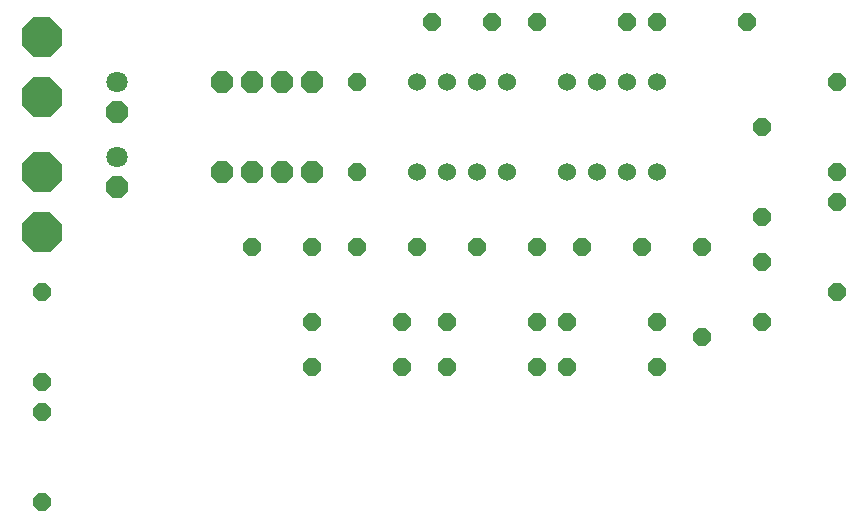
<source format=gbr>
G04 EAGLE Gerber RS-274X export*
G75*
%MOMM*%
%FSLAX34Y34*%
%LPD*%
%INSoldermask Bottom*%
%IPPOS*%
%AMOC8*
5,1,8,0,0,1.08239X$1,22.5*%
G01*
%ADD10P,1.649562X8X22.500000*%
%ADD11P,1.649562X8X202.500000*%
%ADD12P,1.951982X8X292.500000*%
%ADD13C,1.803400*%
%ADD14P,1.649562X8X292.500000*%
%ADD15P,3.629037X8X22.500000*%
%ADD16P,1.951982X8X202.500000*%
%ADD17C,1.524000*%
%ADD18P,1.649562X8X112.500000*%


D10*
X241300Y749300D03*
X292100Y749300D03*
X330200Y749300D03*
X381000Y749300D03*
D11*
X482600Y749300D03*
X431800Y749300D03*
D10*
X393700Y939800D03*
X444500Y939800D03*
D12*
X127000Y863600D03*
D13*
X127000Y889000D03*
D12*
X127000Y800100D03*
D13*
X127000Y825500D03*
D14*
X673100Y736600D03*
X673100Y685800D03*
D11*
X571500Y749300D03*
X520700Y749300D03*
D15*
X63500Y876300D03*
X63500Y927100D03*
X63500Y762000D03*
X63500Y812800D03*
D16*
X292100Y889000D03*
X266700Y889000D03*
X215900Y812800D03*
X241300Y812800D03*
X241300Y889000D03*
X215900Y889000D03*
X266700Y812800D03*
X292100Y812800D03*
D17*
X457200Y889000D03*
X431800Y889000D03*
X431800Y812800D03*
X457200Y812800D03*
X406400Y889000D03*
X381000Y889000D03*
X406400Y812800D03*
X381000Y812800D03*
X584200Y889000D03*
X558800Y889000D03*
X558800Y812800D03*
X584200Y812800D03*
X533400Y889000D03*
X508000Y889000D03*
X533400Y812800D03*
X508000Y812800D03*
D10*
X292100Y685800D03*
X368300Y685800D03*
D11*
X584200Y647700D03*
X508000Y647700D03*
D14*
X622300Y749300D03*
X622300Y673100D03*
X736600Y787400D03*
X736600Y711200D03*
D18*
X63500Y635000D03*
X63500Y711200D03*
X63500Y533400D03*
X63500Y609600D03*
D11*
X482600Y647700D03*
X406400Y647700D03*
X482600Y685800D03*
X406400Y685800D03*
X584200Y685800D03*
X508000Y685800D03*
D14*
X673100Y850900D03*
X673100Y774700D03*
D11*
X558800Y939800D03*
X482600Y939800D03*
X660400Y939800D03*
X584200Y939800D03*
D14*
X736600Y889000D03*
X736600Y812800D03*
D18*
X330200Y812800D03*
X330200Y889000D03*
D11*
X368300Y647700D03*
X292100Y647700D03*
M02*

</source>
